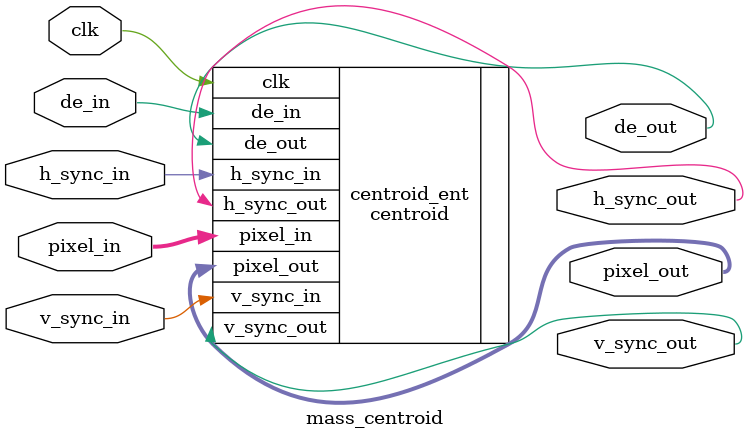
<source format=v>
`timescale 1ns / 1ps


module mass_centroid(
    input [23:0]pixel_in,
    input h_sync_in,
    input v_sync_in,
    input de_in,
    input clk,
    //input [2:0]sw,
    
    output [23:0]pixel_out,
    output h_sync_out,
    output v_sync_out,
    output de_out
    );

centroid #
(
    .IMG_H(64),
    .IMG_W(64)
)
centroid_ent
(
    .pixel_in(pixel_in),
    .h_sync_in(h_sync_in),
    .v_sync_in(v_sync_in),
    .de_in(de_in),
    .clk(clk),
    
    .pixel_out(pixel_out),
    .h_sync_out(h_sync_out),
    .v_sync_out(v_sync_out),
    .de_out(de_out)
);
    
endmodule
</source>
